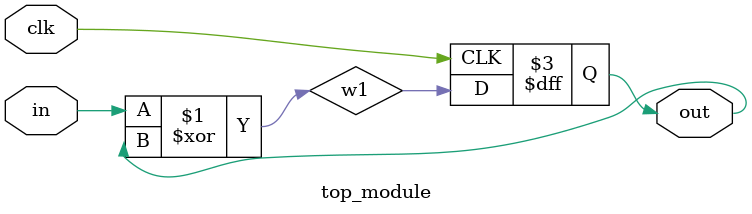
<source format=v>
/*Implement the following circuit:*/
module top_module (
    input clk,
    input in, 
    output out);
wire w1;
    xor g1(w1,in,out);
    always@(posedge clk)
        out<=w1;
endmodule
</source>
